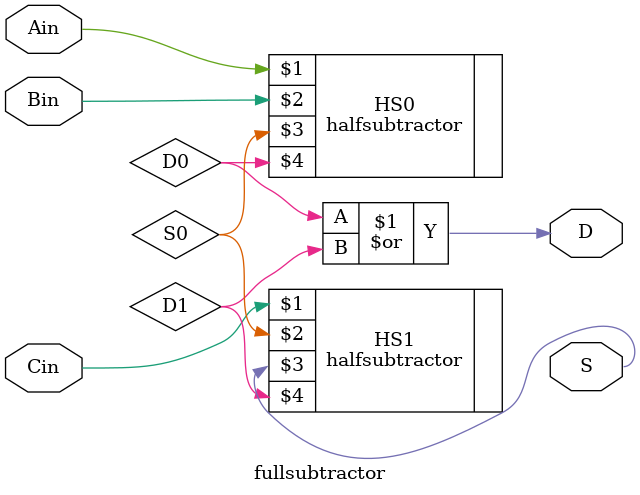
<source format=v>
`timescale 1ns / 1ps

module fullsubtractor(Ain,Bin,Cin,S,D);

input Ain,Bin,Cin;
output S,D;

halfsubtractor HS0(Ain,Bin,S0,D0);
halfsubtractor HS1(Cin,S0,S,D1);

assign D = D0|D1;

endmodule


</source>
